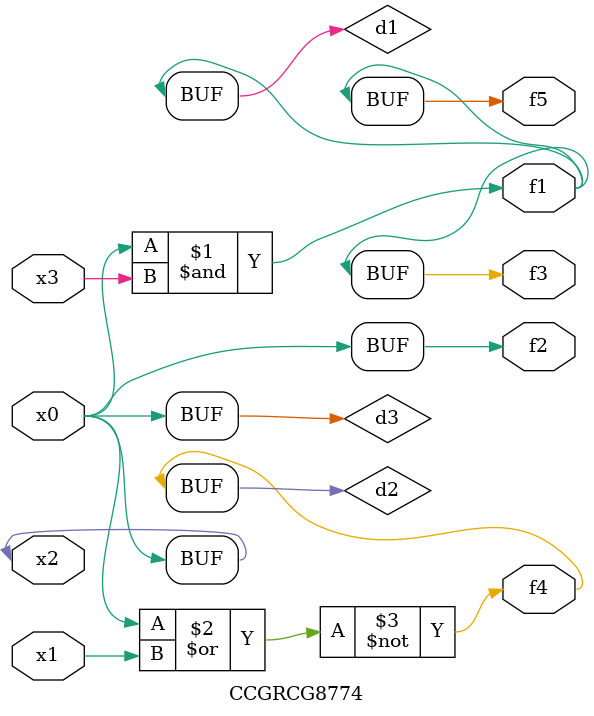
<source format=v>
module CCGRCG8774(
	input x0, x1, x2, x3,
	output f1, f2, f3, f4, f5
);

	wire d1, d2, d3;

	and (d1, x2, x3);
	nor (d2, x0, x1);
	buf (d3, x0, x2);
	assign f1 = d1;
	assign f2 = d3;
	assign f3 = d1;
	assign f4 = d2;
	assign f5 = d1;
endmodule

</source>
